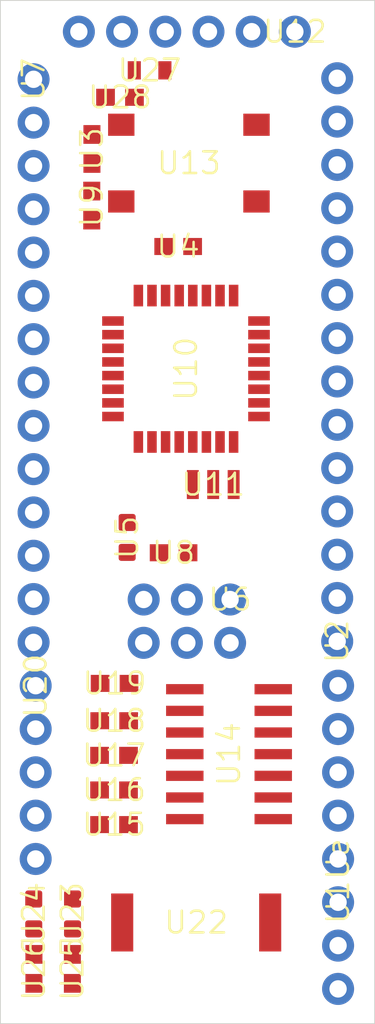
<source format=kicad_pcb>
(kicad_pcb (version 20221018) (generator pcbnew)
  (layers (0 "F.Cu" signal "Top") (31 "B.Cu" signal "Bottom") (34 "B.Paste" user) (35 "F.Paste" user) (36 "B.SilkS" user "B.Silkscreen") (37 "F.SilkS" user "F.Silkscreen") (38 "B.Mask" user) (39 "F.Mask" user) (44 "Edge.Cuts" user))
  (net 0 "")
  (net 1 "GND")
  (net 2 "VCC")
  (net 3 "/D2")
  (net 4 "/TXO")
  (net 5 "/RXI")
  (net 6 "/RST")
  (net 7 "/A5")
  (net 8 "/A4")
  (net 9 "/A3")
  (net 10 "/A2")
  (net 11 "/A1")
  (net 12 "/A0")
  (net 13 "/A7")
  (net 14 "Net-(C6-Pad1)")
  (net 15 "/A6")
  (net 16 "/SCK")
  (net 17 "/MISO")
  (net 18 "/MOSI")
  (net 19 "/D10")
  (net 20 "/D9")
  (net 21 "/D8")
  (net 22 "/D7")
  (net 23 "/D6")
  (net 24 "/D5")
  (net 25 "Net-(U3-Pad8)")
  (net 26 "Net-(U3-Pad7)")
  (net 27 "/D4")
  (net 28 "/D3")
  (net 29 "Net-(D1-PadA)")
  (net 30 "/DTR")
  (net 31 "Net-(J1-PadCTS)")
  (net 32 "Net-(F1-Pad1)")
  (net 33 "/OUT1")
  (net 34 "Net-(IC1-Pad10)")
  (net 35 "/OUT2")
  (net 36 "/OUT4")
  (net 37 "Net-(IC1-Pad9)")
  (net 38 "/OUT3")
  (net 39 "Net-(IC1-Pad11)")
  (net 40 "Net-(IC1-Pad12)")
  (net 41 "/GO")
  (net 42 "Net-(IC1-Pad13)")
  (net 43 "Net-(J2-Pad5)")
  (net 44 "Net-(J2-Pad4)")
  (net 45 "Net-(J2-Pad3)")
  (net 46 "Net-(J2-Pad2)")
  (net 47 "Net-(J2-Pad1)")
  (net 48 "Net-(J4-Pad1)")
  (net 49 "Net-(J4-Pad3)")
  (net 50 "Net-(J4-Pad2)")
  (net 51 "Net-(D2-PadA)")
  (net 52 "Net-(D3-PadA)")
  (footprint "piezoMusic:0603" (layer "F.Cu") (at 142.8811 83.7136 -90)
    (fp_text reference "U3" (at 0 0 270) (layer "F.SilkS") (effects (font (size 1.27 1.27))))
    (fp_text value "" (at 0 0 270) (layer "F.SilkS") (effects (font (size 1.27 1.27))))
    (pad "1" smd rect (at -0.85 0 270) (size 1.1 1) (layers "F.Cu" "F.Paste" "F.Mask") (net 30 "/DTR"))
    (pad "2" smd rect (at 0.85 0 270) (size 1.1 1) (layers "F.Cu" "F.Paste" "F.Mask") (net 6 "/RST"))
  )
  (footprint "piezoMusic:0603" (layer "F.Cu") (at 147.9511 89.4336 180)
    (fp_text reference "U4" (at 0 0 180) (layer "F.SilkS") (effects (font (size 1.27 1.27))))
    (fp_text value "" (at 0 0 180) (layer "F.SilkS") (effects (font (size 1.27 1.27))))
    (pad "1" smd rect (at -0.85 0 180) (size 1.1 1) (layers "F.Cu" "F.Paste" "F.Mask") (net 14 "Net-(C6-Pad1)"))
    (pad "2" smd rect (at 0.85 0 180) (size 1.1 1) (layers "F.Cu" "F.Paste" "F.Mask") (net 1 "GND"))
  )
  (footprint "piezoMusic:LED-0603" (layer "F.Cu") (at 144.9511 106.4936 90)
    (fp_text reference "U5" (at 0 0 90) (layer "F.SilkS") (effects (font (size 1.27 1.27))))
    (fp_text value "" (at 0 0 90) (layer "F.SilkS") (effects (font (size 1.27 1.27))))
    (pad "A" smd roundrect (at -0.877 0) (size 1 1) (layers "F.Cu" "F.Paste" "F.Mask") (roundrect_rratio 0.15) (net 29 "Net-(D1-PadA)"))
    (pad "C" smd roundrect (at 0.877 0) (size 1 1) (layers "F.Cu" "F.Paste" "F.Mask") (roundrect_rratio 0.15) (net 1 "GND"))
  )
  (footprint "piezoMusic:1X14" (layer "F.Cu") (at 157.3022 96.0882 90)
    (fp_text reference "U2" (at -16.5 0 90) (layer "F.SilkS") (effects (font (size 1.27 1.27))))
    (fp_text value "" (at -16.5 0 90) (layer "F.SilkS") (effects (font (size 1.27 1.27))))
    (pad "1" thru_hole circle (at -16.5 0 180) (size 1.8796 1.8796) (drill 1.016) (layers "*.Cu" "*.Mask") (net 2 "VCC"))
    (pad "2" thru_hole circle (at -13.96 0 180) (size 1.8796 1.8796) (drill 1.016) (layers "*.Cu" "*.Mask") (net 1 "GND"))
    (pad "3" thru_hole circle (at -11.42 0 180) (size 1.8796 1.8796) (drill 1.016) (layers "*.Cu" "*.Mask") (net 3 "/D2"))
    (pad "4" thru_hole circle (at -8.88 0 180) (size 1.8796 1.8796) (drill 1.016) (layers "*.Cu" "*.Mask") (net 28 "/D3"))
    (pad "5" thru_hole circle (at -6.34 0 180) (size 1.8796 1.8796) (drill 1.016) (layers "*.Cu" "*.Mask") (net 27 "/D4"))
    (pad "6" thru_hole circle (at -3.8 0 180) (size 1.8796 1.8796) (drill 1.016) (layers "*.Cu" "*.Mask") (net 24 "/D5"))
    (pad "7" thru_hole circle (at -1.26 0 180) (size 1.8796 1.8796) (drill 1.016) (layers "*.Cu" "*.Mask") (net 23 "/D6"))
    (pad "8" thru_hole circle (at 1.28 0 180) (size 1.8796 1.8796) (drill 1.016) (layers "*.Cu" "*.Mask") (net 22 "/D7"))
    (pad "9" thru_hole circle (at 3.82 0 180) (size 1.8796 1.8796) (drill 1.016) (layers "*.Cu" "*.Mask") (net 21 "/D8"))
    (pad "10" thru_hole circle (at 6.36 0 180) (size 1.8796 1.8796) (drill 1.016) (layers "*.Cu" "*.Mask") (net 20 "/D9"))
    (pad "11" thru_hole circle (at 8.9 0 180) (size 1.8796 1.8796) (drill 1.016) (layers "*.Cu" "*.Mask") (net 19 "/D10"))
    (pad "12" thru_hole circle (at 11.44 0 180) (size 1.8796 1.8796) (drill 1.016) (layers "*.Cu" "*.Mask") (net 18 "/MOSI"))
    (pad "13" thru_hole circle (at 13.98 0 180) (size 1.8796 1.8796) (drill 1.016) (layers "*.Cu" "*.Mask") (net 17 "/MISO"))
    (pad "14" thru_hole circle (at 16.52 0 180) (size 1.8796 1.8796) (drill 1.016) (layers "*.Cu" "*.Mask") (net 16 "/SCK"))
  )
  (footprint "piezoMusic:2X3" (layer "F.Cu") (at 148.463 111.4044 180)
    (fp_text reference "U6" (at -2.54 1.27 180) (layer "F.SilkS") (effects (font (size 1.27 1.27))))
    (fp_text value "" (at -2.54 1.27 180) (layer "F.SilkS") (effects (font (size 1.27 1.27))))
    (pad "1" thru_hole circle (at -2.54 1.27 180) (size 1.8796 1.8796) (drill 1.016) (layers "*.Cu" "*.Mask") (net 17 "/MISO"))
    (pad "2" thru_hole circle (at -2.54 -1.27 180) (size 1.8796 1.8796) (drill 1.016) (layers "*.Cu" "*.Mask") (net 2 "VCC"))
    (pad "3" thru_hole circle (at 0 1.27 180) (size 1.8796 1.8796) (drill 1.016) (layers "*.Cu" "*.Mask") (net 16 "/SCK"))
    (pad "4" thru_hole circle (at 0 -1.27 180) (size 1.8796 1.8796) (drill 1.016) (layers "*.Cu" "*.Mask") (net 18 "/MOSI"))
    (pad "5" thru_hole circle (at 2.54 1.27 180) (size 1.8796 1.8796) (drill 1.016) (layers "*.Cu" "*.Mask") (net 6 "/RST"))
    (pad "6" thru_hole circle (at 2.54 -1.27 180) (size 1.8796 1.8796) (drill 1.016) (layers "*.Cu" "*.Mask") (net 1 "GND"))
  )
  (footprint "piezoMusic:1X14" (layer "F.Cu") (at 139.446 96.139 -90)
    (fp_text reference "U7" (at -16.51 -0.004 270) (layer "F.SilkS") (effects (font (size 1.27 1.27))))
    (fp_text value "" (at -16.51 -0.004 270) (layer "F.SilkS") (effects (font (size 1.27 1.27))))
    (pad "1" thru_hole circle locked (at -16.51 -0.004) (size 1.8796 1.8796) (drill 1.016) (layers "*.Cu" "*.Mask") (net 2 "VCC"))
    (pad "2" thru_hole circle locked (at -13.97 -0.004) (size 1.8796 1.8796) (drill 1.016) (layers "*.Cu" "*.Mask") (net 2 "VCC"))
    (pad "3" thru_hole circle locked (at -11.43 -0.004) (size 1.8796 1.8796) (drill 1.016) (layers "*.Cu" "*.Mask") (net 2 "VCC"))
    (pad "4" thru_hole circle locked (at -8.89 -0.004) (size 1.8796 1.8796) (drill 1.016) (layers "*.Cu" "*.Mask") (net 1 "GND"))
    (pad "5" thru_hole circle locked (at -6.35 -0.004) (size 1.8796 1.8796) (drill 1.016) (layers "*.Cu" "*.Mask") (net 5 "/RXI"))
    (pad "6" thru_hole circle locked (at -3.81 -0.004) (size 1.8796 1.8796) (drill 1.016) (layers "*.Cu" "*.Mask") (net 4 "/TXO"))
    (pad "7" thru_hole circle locked (at -1.27 -0.004) (size 1.8796 1.8796) (drill 1.016) (layers "*.Cu" "*.Mask") (net 12 "/A0"))
    (pad "8" thru_hole circle locked (at 1.27 -0.004) (size 1.8796 1.8796) (drill 1.016) (layers "*.Cu" "*.Mask") (net 11 "/A1"))
    (pad "9" thru_hole circle locked (at 3.81 -0.004) (size 1.8796 1.8796) (drill 1.016) (layers "*.Cu" "*.Mask") (net 10 "/A2"))
    (pad "10" thru_hole circle locked (at 6.35 -0.004) (size 1.8796 1.8796) (drill 1.016) (layers "*.Cu" "*.Mask") (net 9 "/A3"))
    (pad "11" thru_hole circle locked (at 8.89 -0.004) (size 1.8796 1.8796) (drill 1.016) (layers "*.Cu" "*.Mask") (net 8 "/A4"))
    (pad "12" thru_hole circle locked (at 11.43 -0.004) (size 1.8796 1.8796) (drill 1.016) (layers "*.Cu" "*.Mask") (net 7 "/A5"))
    (pad "13" thru_hole circle locked (at 13.97 -0.004) (size 1.8796 1.8796) (drill 1.016) (layers "*.Cu" "*.Mask") (net 15 "/A6"))
    (pad "14" thru_hole circle locked (at 16.51 -0.004) (size 1.8796 1.8796) (drill 1.016) (layers "*.Cu" "*.Mask") (net 13 "/A7"))
  )
  (footprint "piezoMusic:0603" (layer "F.Cu") (at 147.6811 107.3936 180)
    (fp_text reference "U8" (at 0 0 180) (layer "F.SilkS") (effects (font (size 1.27 1.27))))
    (fp_text value "" (at 0 0 180) (layer "F.SilkS") (effects (font (size 1.27 1.27))))
    (pad "1" smd rect (at -0.85 0 180) (size 1.1 1) (layers "F.Cu" "F.Paste" "F.Mask") (net 16 "/SCK"))
    (pad "2" smd rect (at 0.85 0 180) (size 1.1 1) (layers "F.Cu" "F.Paste" "F.Mask") (net 29 "Net-(D1-PadA)"))
  )
  (footprint "piezoMusic:0603" (layer "F.Cu") (at 142.8711 87.0336 -90)
    (fp_text reference "U9" (at 0 0 270) (layer "F.SilkS") (effects (font (size 1.27 1.27))))
    (fp_text value "" (at 0 0 270) (layer "F.SilkS") (effects (font (size 1.27 1.27))))
    (pad "1" smd rect (at -0.85 0 270) (size 1.1 1) (layers "F.Cu" "F.Paste" "F.Mask") (net 6 "/RST"))
    (pad "2" smd rect (at 0.85 0 270) (size 1.1 1) (layers "F.Cu" "F.Paste" "F.Mask") (net 2 "VCC"))
  )
  (footprint "piezoMusic:TQFP32-08" (layer "F.Cu") (at 148.4111 96.6036 90)
    (fp_text reference "U10" (at 0 0 90) (layer "F.SilkS") (effects (font (size 1.27 1.27))))
    (fp_text value "" (at 0 0 90) (layer "F.SilkS") (effects (font (size 1.27 1.27))))
    (pad "1" smd rect (at -4.2926 -2.8 90) (size 1.27 0.5588) (layers "F.Cu" "F.Paste" "F.Mask") (net 28 "/D3"))
    (pad "2" smd rect (at -4.2926 -2 90) (size 1.27 0.5588) (layers "F.Cu" "F.Paste" "F.Mask") (net 27 "/D4"))
    (pad "3" smd rect (at -4.2926 -1.2 90) (size 1.27 0.5588) (layers "F.Cu" "F.Paste" "F.Mask") (net 1 "GND"))
    (pad "4" smd rect (at -4.2926 -0.4 90) (size 1.27 0.5588) (layers "F.Cu" "F.Paste" "F.Mask") (net 2 "VCC"))
    (pad "5" smd rect (at -4.2926 0.4 90) (size 1.27 0.5588) (layers "F.Cu" "F.Paste" "F.Mask") (net 1 "GND"))
    (pad "6" smd rect (at -4.2926 1.2 90) (size 1.27 0.5588) (layers "F.Cu" "F.Paste" "F.Mask") (net 2 "VCC"))
    (pad "7" smd rect (at -4.2926 2 90) (size 1.27 0.5588) (layers "F.Cu" "F.Paste" "F.Mask") (net 26 "Net-(U3-Pad7)"))
    (pad "8" smd rect (at -4.2926 2.8 90) (size 1.27 0.5588) (layers "F.Cu" "F.Paste" "F.Mask") (net 25 "Net-(U3-Pad8)"))
    (pad "9" smd rect (at -2.8 4.2926 90) (size 0.5588 1.27) (layers "F.Cu" "F.Paste" "F.Mask") (net 24 "/D5"))
    (pad "10" smd rect (at -2 4.2926 90) (size 0.5588 1.27) (layers "F.Cu" "F.Paste" "F.Mask") (net 23 "/D6"))
    (pad "11" smd rect (at -1.2 4.2926 90) (size 0.5588 1.27) (layers "F.Cu" "F.Paste" "F.Mask") (net 22 "/D7"))
    (pad "12" smd rect (at -0.4 4.2926 90) (size 0.5588 1.27) (layers "F.Cu" "F.Paste" "F.Mask") (net 21 "/D8"))
    (pad "13" smd rect (at 0.4 4.2926 90) (size 0.5588 1.27) (layers "F.Cu" "F.Paste" "F.Mask") (net 20 "/D9"))
    (pad "14" smd rect (at 1.2 4.2926 90) (size 0.5588 1.27) (layers "F.Cu" "F.Paste" "F.Mask") (net 19 "/D10"))
    (pad "15" smd rect (at 2 4.2926 90) (size 0.5588 1.27) (layers "F.Cu" "F.Paste" "F.Mask") (net 18 "/MOSI"))
    (pad "16" smd rect (at 2.8 4.2926 90) (size 0.5588 1.27) (layers "F.Cu" "F.Paste" "F.Mask") (net 17 "/MISO"))
    (pad "17" smd rect (at 4.2926 2.8 90) (size 1.27 0.5588) (layers "F.Cu" "F.Paste" "F.Mask") (net 16 "/SCK"))
    (pad "18" smd rect (at 4.2926 2 90) (size 1.27 0.5588) (layers "F.Cu" "F.Paste" "F.Mask") (net 2 "VCC"))
    (pad "19" smd rect (at 4.2926 1.2 90) (size 1.27 0.5588) (layers "F.Cu" "F.Paste" "F.Mask") (net 15 "/A6"))
    (pad "20" smd rect (at 4.2926 0.4 90) (size 1.27 0.5588) (layers "F.Cu" "F.Paste" "F.Mask") (net 14 "Net-(C6-Pad1)"))
    (pad "21" smd rect (at 4.2926 -0.4 90) (size 1.27 0.5588) (layers "F.Cu" "F.Paste" "F.Mask") (net 1 "GND"))
    (pad "22" smd rect (at 4.2926 -1.2 90) (size 1.27 0.5588) (layers "F.Cu" "F.Paste" "F.Mask") (net 13 "/A7"))
    (pad "23" smd rect (at 4.2926 -2 90) (size 1.27 0.5588) (layers "F.Cu" "F.Paste" "F.Mask") (net 12 "/A0"))
    (pad "24" smd rect (at 4.2926 -2.8 90) (size 1.27 0.5588) (layers "F.Cu" "F.Paste" "F.Mask") (net 11 "/A1"))
    (pad "25" smd rect (at 2.8 -4.2926 90) (size 0.5588 1.27) (layers "F.Cu" "F.Paste" "F.Mask") (net 10 "/A2"))
    (pad "26" smd rect (at 2 -4.2926 90) (size 0.5588 1.27) (layers "F.Cu" "F.Paste" "F.Mask") (net 9 "/A3"))
    (pad "27" smd rect (at 1.2 -4.2926 90) (size 0.5588 1.27) (layers "F.Cu" "F.Paste" "F.Mask") (net 8 "/A4"))
    (pad "28" smd rect (at 0.4 -4.2926 90) (size 0.5588 1.27) (layers "F.Cu" "F.Paste" "F.Mask") (net 7 "/A5"))
    (pad "29" smd rect (at -0.4 -4.2926 90) (size 0.5588 1.27) (layers "F.Cu" "F.Paste" "F.Mask") (net 6 "/RST"))
    (pad "30" smd rect (at -1.2 -4.2926 90) (size 0.5588 1.27) (layers "F.Cu" "F.Paste" "F.Mask") (net 5 "/RXI"))
    (pad "31" smd rect (at -2 -4.2926 90) (size 0.5588 1.27) (layers "F.Cu" "F.Paste" "F.Mask") (net 4 "/TXO"))
    (pad "32" smd rect (at -2.8 -4.2926 90) (size 0.5588 1.27) (layers "F.Cu" "F.Paste" "F.Mask") (net 3 "/D2"))
  )
  (footprint "piezoMusic:RESONATOR-SMD" (layer "F.Cu") (at 150.0111 103.3936 180)
    (fp_text reference "U11" (at 0 0 180) (layer "F.SilkS") (effects (font (size 1.27 1.27))))
    (fp_text value "" (at 0 0 180) (layer "F.SilkS") (effects (font (size 1.27 1.27))))
    (pad "1" smd rect (at -1.2 0 180) (size 0.7 1.7) (layers "F.Cu" "F.Paste" "F.Mask") (net 25 "Net-(U3-Pad8)"))
    (pad "2" smd rect (at 0 0 180) (size 0.7 1.7) (layers "F.Cu" "F.Paste" "F.Mask") (net 1 "GND"))
    (pad "3" smd rect (at 1.2 0 180) (size 0.7 1.7) (layers "F.Cu" "F.Paste" "F.Mask") (net 26 "Net-(U3-Pad7)"))
  )
  (footprint "piezoMusic:FTDI_BASIC" (layer "F.Cu") (at 148.463 76.835 180)
    (fp_text reference "U12" (at -6.35 0 180) (layer "F.SilkS") (effects (font (size 1.27 1.27))))
    (fp_text value "" (at -6.35 0 180) (layer "F.SilkS") (effects (font (size 1.27 1.27))))
    (pad "CTS" thru_hole circle locked (at 3.81 0 270) (size 1.8796 1.8796) (drill 1.016) (layers "*.Cu" "*.Mask") (net 31 "Net-(J1-PadCTS)"))
    (pad "DTR" thru_hole circle locked (at -6.35 0 270) (size 1.8796 1.8796) (drill 1.016) (layers "*.Cu" "*.Mask") (net 30 "/DTR"))
    (pad "GND" thru_hole circle locked (at 6.35 0 270) (size 1.8796 1.8796) (drill 1.016) (layers "*.Cu" "*.Mask") (net 1 "GND"))
    (pad "RXI" thru_hole circle locked (at -3.81 0 270) (size 1.8796 1.8796) (drill 1.016) (layers "*.Cu" "*.Mask") (net 4 "/TXO"))
    (pad "TXO" thru_hole circle locked (at -1.27 0 270) (size 1.8796 1.8796) (drill 1.016) (layers "*.Cu" "*.Mask") (net 5 "/RXI"))
    (pad "VCC" thru_hole circle locked (at 1.27 0 270) (size 1.8796 1.8796) (drill 1.016) (layers "*.Cu" "*.Mask") (net 32 "Net-(F1-Pad1)"))
  )
  (footprint "piezoMusic:TACTILE_SWITCH_SMD_6.2MM_TALL" (layer "F.Cu") (at 148.5811 84.5436 180)
    (fp_text reference "U13" (at 0 0 180) (layer "F.SilkS") (effects (font (size 1.27 1.27))))
    (fp_text value "" (at 0 0 180) (layer "F.SilkS") (effects (font (size 1.27 1.27))))
    (pad "A1" smd rect (at -3.975 2.25 270) (size 1.3 1.55) (layers "F.Cu" "F.Paste" "F.Mask"))
    (pad "A2" smd rect (at 3.975 2.25 270) (size 1.3 1.55) (layers "F.Cu" "F.Paste" "F.Mask") (net 1 "GND"))
    (pad "B1" smd rect (at -3.975 -2.25 270) (size 1.3 1.55) (layers "F.Cu" "F.Paste" "F.Mask"))
    (pad "B2" smd rect (at 3.975 -2.25 270) (size 1.3 1.55) (layers "F.Cu" "F.Paste" "F.Mask") (net 6 "/RST"))
  )
  (footprint "piezoMusic:SO14" (layer "F.Cu") (at 150.9411 119.2036 90)
    (fp_text reference "U14" (at 0 0 90) (layer "F.SilkS") (effects (font (size 1.27 1.27))))
    (fp_text value "" (at 0 0 90) (layer "F.SilkS") (effects (font (size 1.27 1.27))))
    (pad "1" smd rect (at -3.81 2.6 90) (size 0.6 2.2) (layers "F.Cu" "F.Paste" "F.Mask") (net 2 "VCC"))
    (pad "2" smd rect (at -2.54 2.6 90) (size 0.6 2.2) (layers "F.Cu" "F.Paste" "F.Mask") (net 2 "VCC"))
    (pad "3" smd rect (at -1.27 2.6 90) (size 0.6 2.2) (layers "F.Cu" "F.Paste" "F.Mask") (net 41 "/GO"))
    (pad "4" smd rect (at 0 2.6 90) (size 0.6 2.2) (layers "F.Cu" "F.Paste" "F.Mask") (net 2 "VCC"))
    (pad "5" smd rect (at 1.27 2.6 90) (size 0.6 2.2) (layers "F.Cu" "F.Paste" "F.Mask") (net 36 "/OUT4"))
    (pad "6" smd rect (at 2.54 2.6 90) (size 0.6 2.2) (layers "F.Cu" "F.Paste" "F.Mask") (net 38 "/OUT3"))
    (pad "7" smd rect (at 3.81 2.6 90) (size 0.6 2.2) (layers "F.Cu" "F.Paste" "F.Mask") (net 35 "/OUT2"))
    (pad "8" smd rect (at 3.81 -2.6 90) (size 0.6 2.2) (layers "F.Cu" "F.Paste" "F.Mask") (net 33 "/OUT1"))
    (pad "9" smd rect (at 2.54 -2.6 90) (size 0.6 2.2) (layers "F.Cu" "F.Paste" "F.Mask") (net 37 "Net-(IC1-Pad9)"))
    (pad "10" smd rect (at 1.27 -2.6 90) (size 0.6 2.2) (layers "F.Cu" "F.Paste" "F.Mask") (net 34 "Net-(IC1-Pad10)"))
    (pad "11" smd rect (at 0 -2.6 90) (size 0.6 2.2) (layers "F.Cu" "F.Paste" "F.Mask") (net 39 "Net-(IC1-Pad11)"))
    (pad "12" smd rect (at -1.27 -2.6 90) (size 0.6 2.2) (layers "F.Cu" "F.Paste" "F.Mask") (net 40 "Net-(IC1-Pad12)"))
    (pad "13" smd rect (at -2.54 -2.6 90) (size 0.6 2.2) (layers "F.Cu" "F.Paste" "F.Mask") (net 42 "Net-(IC1-Pad13)"))
    (pad "14" smd rect (at -3.81 -2.6 90) (size 0.6 2.2) (layers "F.Cu" "F.Paste" "F.Mask") (net 1 "GND"))
  )
  (footprint "piezoMusic:0603" (layer "F.Cu") (at 144.1811 123.3336)
    (fp_text reference "U15" (at 0 0) (layer "F.SilkS") (effects (font (size 1.27 1.27))))
    (fp_text value "" (at 0 0) (layer "F.SilkS") (effects (font (size 1.27 1.27))))
    (pad "1" smd rect (at -0.85 0) (size 1.1 1) (layers "F.Cu" "F.Paste" "F.Mask") (net 43 "Net-(J2-Pad5)"))
    (pad "2" smd rect (at 0.85 0) (size 1.1 1) (layers "F.Cu" "F.Paste" "F.Mask") (net 42 "Net-(IC1-Pad13)"))
  )
  (footprint "piezoMusic:0603" (layer "F.Cu") (at 144.1811 121.3036)
    (fp_text reference "U16" (at 0 0) (layer "F.SilkS") (effects (font (size 1.27 1.27))))
    (fp_text value "" (at 0 0) (layer "F.SilkS") (effects (font (size 1.27 1.27))))
    (pad "1" smd rect (at -0.85 0) (size 1.1 1) (layers "F.Cu" "F.Paste" "F.Mask") (net 44 "Net-(J2-Pad4)"))
    (pad "2" smd rect (at 0.85 0) (size 1.1 1) (layers "F.Cu" "F.Paste" "F.Mask") (net 40 "Net-(IC1-Pad12)"))
  )
  (footprint "piezoMusic:0603" (layer "F.Cu") (at 144.1811 119.2736)
    (fp_text reference "U17" (at 0 0) (layer "F.SilkS") (effects (font (size 1.27 1.27))))
    (fp_text value "" (at 0 0) (layer "F.SilkS") (effects (font (size 1.27 1.27))))
    (pad "1" smd rect (at -0.85 0) (size 1.1 1) (layers "F.Cu" "F.Paste" "F.Mask") (net 45 "Net-(J2-Pad3)"))
    (pad "2" smd rect (at 0.85 0) (size 1.1 1) (layers "F.Cu" "F.Paste" "F.Mask") (net 39 "Net-(IC1-Pad11)"))
  )
  (footprint "piezoMusic:0603" (layer "F.Cu") (at 144.1911 117.2436)
    (fp_text reference "U18" (at 0 0) (layer "F.SilkS") (effects (font (size 1.27 1.27))))
    (fp_text value "" (at 0 0) (layer "F.SilkS") (effects (font (size 1.27 1.27))))
    (pad "1" smd rect (at -0.85 0) (size 1.1 1) (layers "F.Cu" "F.Paste" "F.Mask") (net 46 "Net-(J2-Pad2)"))
    (pad "2" smd rect (at 0.85 0) (size 1.1 1) (layers "F.Cu" "F.Paste" "F.Mask") (net 34 "Net-(IC1-Pad10)"))
  )
  (footprint "piezoMusic:0603" (layer "F.Cu") (at 144.2111 115.0536)
    (fp_text reference "U19" (at 0 0) (layer "F.SilkS") (effects (font (size 1.27 1.27))))
    (fp_text value "" (at 0 0) (layer "F.SilkS") (effects (font (size 1.27 1.27))))
    (pad "1" smd rect (at -0.85 0) (size 1.1 1) (layers "F.Cu" "F.Paste" "F.Mask") (net 47 "Net-(J2-Pad1)"))
    (pad "2" smd rect (at 0.85 0) (size 1.1 1) (layers "F.Cu" "F.Paste" "F.Mask") (net 37 "Net-(IC1-Pad9)"))
  )
  (footprint "piezoMusic:1X05" (layer "F.Cu") (at 139.573 120.269 -90)
    (fp_text reference "U20" (at -5.08 0 270) (layer "F.SilkS") (effects (font (size 1.27 1.27))))
    (fp_text value "" (at -5.08 0 270) (layer "F.SilkS") (effects (font (size 1.27 1.27))))
    (pad "1" thru_hole circle locked (at -5.08 0) (size 1.8796 1.8796) (drill 1.016) (layers "*.Cu" "*.Mask") (net 47 "Net-(J2-Pad1)"))
    (pad "2" thru_hole circle locked (at -2.54 0) (size 1.8796 1.8796) (drill 1.016) (layers "*.Cu" "*.Mask") (net 46 "Net-(J2-Pad2)"))
    (pad "3" thru_hole circle locked (at 0 0) (size 1.8796 1.8796) (drill 1.016) (layers "*.Cu" "*.Mask") (net 45 "Net-(J2-Pad3)"))
    (pad "4" thru_hole circle locked (at 2.54 0) (size 1.8796 1.8796) (drill 1.016) (layers "*.Cu" "*.Mask") (net 44 "Net-(J2-Pad4)"))
    (pad "5" thru_hole circle locked (at 5.08 0) (size 1.8796 1.8796) (drill 1.016) (layers "*.Cu" "*.Mask") (net 43 "Net-(J2-Pad5)"))
  )
  (footprint "piezoMusic:1X05" (layer "F.Cu") (at 157.353 120.269 90)
    (fp_text reference "Ue" (at -5.08 0 90) (layer "F.SilkS") (effects (font (size 1.27 1.27))))
    (fp_text value "" (at -5.08 0 90) (layer "F.SilkS") (effects (font (size 1.27 1.27))))
    (pad "1" thru_hole circle locked (at -5.08 0 180) (size 1.8796 1.8796) (drill 1.016) (layers "*.Cu" "*.Mask") (net 41 "/GO"))
    (pad "2" thru_hole circle locked (at -2.54 0 180) (size 1.8796 1.8796) (drill 1.016) (layers "*.Cu" "*.Mask") (net 33 "/OUT1"))
    (pad "3" thru_hole circle locked (at 0 0 180) (size 1.8796 1.8796) (drill 1.016) (layers "*.Cu" "*.Mask") (net 35 "/OUT2"))
    (pad "4" thru_hole circle locked (at 2.54 0 180) (size 1.8796 1.8796) (drill 1.016) (layers "*.Cu" "*.Mask") (net 38 "/OUT3"))
    (pad "5" thru_hole circle locked (at 5.08 0 180) (size 1.8796 1.8796) (drill 1.016) (layers "*.Cu" "*.Mask") (net 36 "/OUT4"))
  )
  (footprint "piezoMusic:PKMCS" (layer "F.Cu") (at 149.0111 129.0736)
    (fp_text reference "U22" (at 0 0) (layer "F.SilkS") (effects (font (size 1.27 1.27))))
    (fp_text value "" (at 0 0) (layer "F.SilkS") (effects (font (size 1.27 1.27))))
    (pad "1" smd rect (at -4.35 0 90) (size 3.4 1.3) (layers "F.Cu" "F.Paste" "F.Mask") (net 1 "GND"))
    (pad "2" smd rect (at 4.35 0 90) (size 3.4 1.3) (layers "F.Cu" "F.Paste" "F.Mask") (net 48 "Net-(J4-Pad1)"))
  )
  (footprint "piezoMusic:1X03" (layer "F.Cu") (at 157.353 130.429 -90)
    (fp_text reference "U1" (at -2.54 0 270) (layer "F.SilkS") (effects (font (size 1.27 1.27))))
    (fp_text value "" (at -2.54 0 270) (layer "F.SilkS") (effects (font (size 1.27 1.27))))
    (pad "1" thru_hole circle (at -2.54 0) (size 1.8796 1.8796) (drill 1.016) (layers "*.Cu" "*.Mask") (net 48 "Net-(J4-Pad1)"))
    (pad "2" thru_hole circle (at 0 0) (size 1.8796 1.8796) (drill 1.016) (layers "*.Cu" "*.Mask") (net 50 "Net-(J4-Pad2)"))
    (pad "3" thru_hole circle (at 2.54 0) (size 1.8796 1.8796) (drill 1.016) (layers "*.Cu" "*.Mask") (net 49 "Net-(J4-Pad3)"))
  )
  (footprint "piezoMusic:LED-0603" (layer "F.Cu") (at 141.7411 128.5736 90)
    (fp_text reference "U23" (at 0 0 90) (layer "F.SilkS") (effects (font (size 1.27 1.27))))
    (fp_text value "" (at 0 0 90) (layer "F.SilkS") (effects (font (size 1.27 1.27))))
    (pad "A" smd roundrect (at -0.877 0) (size 1 1) (layers "F.Cu" "F.Paste" "F.Mask") (roundrect_rratio 0.15) (net 51 "Net-(D2-PadA)"))
    (pad "C" smd roundrect (at 0.877 0) (size 1 1) (layers "F.Cu" "F.Paste" "F.Mask") (roundrect_rratio 0.15) (net 1 "GND"))
  )
  (footprint "piezoMusic:LED-0603" (layer "F.Cu") (at 139.4611 128.5736 90)
    (fp_text reference "U24" (at 0 0 90) (layer "F.SilkS") (effects (font (size 1.27 1.27))))
    (fp_text value "" (at 0 0 90) (layer "F.SilkS") (effects (font (size 1.27 1.27))))
    (pad "A" smd roundrect (at -0.877 0) (size 1 1) (layers "F.Cu" "F.Paste" "F.Mask") (roundrect_rratio 0.15) (net 52 "Net-(D3-PadA)"))
    (pad "C" smd roundrect (at 0.877 0) (size 1 1) (layers "F.Cu" "F.Paste" "F.Mask") (roundrect_rratio 0.15) (net 1 "GND"))
  )
  (footprint "piezoMusic:0603" (layer "F.Cu") (at 141.7311 131.7936 -90)
    (fp_text reference "U25" (at 0 0 270) (layer "F.SilkS") (effects (font (size 1.27 1.27))))
    (fp_text value "" (at 0 0 270) (layer "F.SilkS") (effects (font (size 1.27 1.27))))
    (pad "1" smd rect (at -0.85 0 270) (size 1.1 1) (layers "F.Cu" "F.Paste" "F.Mask") (net 51 "Net-(D2-PadA)"))
    (pad "2" smd rect (at 0.85 0 270) (size 1.1 1) (layers "F.Cu" "F.Paste" "F.Mask") (net 50 "Net-(J4-Pad2)"))
  )
  (footprint "piezoMusic:0603" (layer "F.Cu") (at 139.4711 131.7936 -90)
    (fp_text reference "U26" (at 0 0 270) (layer "F.SilkS") (effects (font (size 1.27 1.27))))
    (fp_text value "" (at 0 0 270) (layer "F.SilkS") (effects (font (size 1.27 1.27))))
    (pad "1" smd rect (at -0.85 0 270) (size 1.1 1) (layers "F.Cu" "F.Paste" "F.Mask") (net 52 "Net-(D3-PadA)"))
    (pad "2" smd rect (at 0.85 0 270) (size 1.1 1) (layers "F.Cu" "F.Paste" "F.Mask") (net 49 "Net-(J4-Pad3)"))
  )
  (footprint "piezoMusic:FUSC1608X100N" (layer "F.Cu") (at 146.2711 79.1036 180)
    (fp_text reference "U27" (at 0 0 180) (layer "F.SilkS") (effects (font (size 1.27 1.27))))
    (fp_text value "" (at 0 0 180) (layer "F.SilkS") (effects (font (size 1.27 1.27))))
    (pad "1" smd rect (at -0.9 0 270) (size 1.07 0.77) (layers "F.Cu" "F.Paste" "F.Mask") (net 32 "Net-(F1-Pad1)"))
    (pad "2" smd rect (at 0.9 0 270) (size 1.07 0.77) (layers "F.Cu" "F.Paste" "F.Mask") (net 2 "VCC"))
  )
  (footprint "piezoMusic:0603" (layer "F.Cu") (at 144.5311 80.6836 180)
    (fp_text reference "U28" (at 0 0 180) (layer "F.SilkS") (effects (font (size 1.27 1.27))))
    (fp_text value "" (at 0 0 180) (layer "F.SilkS") (effects (font (size 1.27 1.27))))
    (pad "1" smd rect (at -0.85 0 180) (size 1.1 1) (layers "F.Cu" "F.Paste" "F.Mask") (net 2 "VCC"))
    (pad "2" smd rect (at 0.85 0 180) (size 1.1 1) (layers "F.Cu" "F.Paste" "F.Mask") (net 1 "GND"))
  )
  (gr_line (start 159.5011 135.0036) (end 159.5011 75.0036) (stroke (width 0.05)) (layer "Edge.Cuts"))
  (gr_line (start 159.5011 75.0036) (end 137.5011 75.0036) (stroke (width 0.05)) (layer "Edge.Cuts"))
  (gr_line (start 137.5011 75.0036) (end 137.5011 135.0036) (stroke (width 0.05)) (layer "Edge.Cuts"))
  (gr_line (start 137.5011 135.0036) (end 159.5011 135.0036) (stroke (width 0.05)) (layer "Edge.Cuts"))
)
</source>
